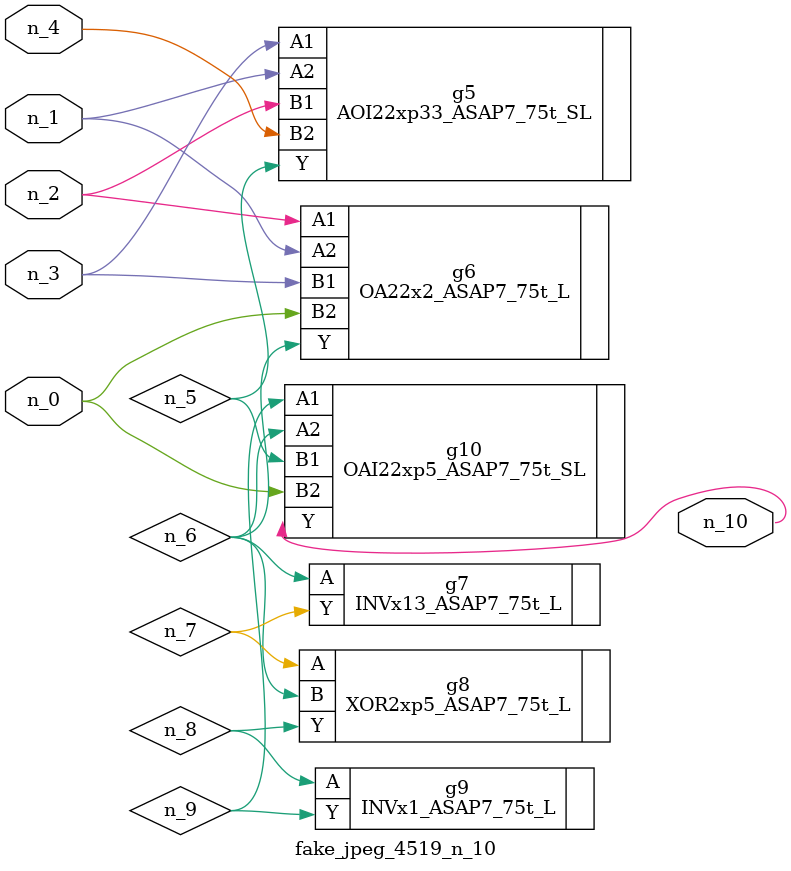
<source format=v>
module fake_jpeg_4519_n_10 (n_3, n_2, n_1, n_0, n_4, n_10);

input n_3;
input n_2;
input n_1;
input n_0;
input n_4;

output n_10;

wire n_8;
wire n_9;
wire n_6;
wire n_5;
wire n_7;

AOI22xp33_ASAP7_75t_SL g5 ( 
.A1(n_3),
.A2(n_1),
.B1(n_2),
.B2(n_4),
.Y(n_5)
);

OA22x2_ASAP7_75t_L g6 ( 
.A1(n_2),
.A2(n_1),
.B1(n_3),
.B2(n_0),
.Y(n_6)
);

INVx13_ASAP7_75t_L g7 ( 
.A(n_6),
.Y(n_7)
);

XOR2xp5_ASAP7_75t_L g8 ( 
.A(n_7),
.B(n_6),
.Y(n_8)
);

INVx1_ASAP7_75t_L g9 ( 
.A(n_8),
.Y(n_9)
);

OAI22xp5_ASAP7_75t_SL g10 ( 
.A1(n_9),
.A2(n_6),
.B1(n_5),
.B2(n_0),
.Y(n_10)
);


endmodule
</source>
